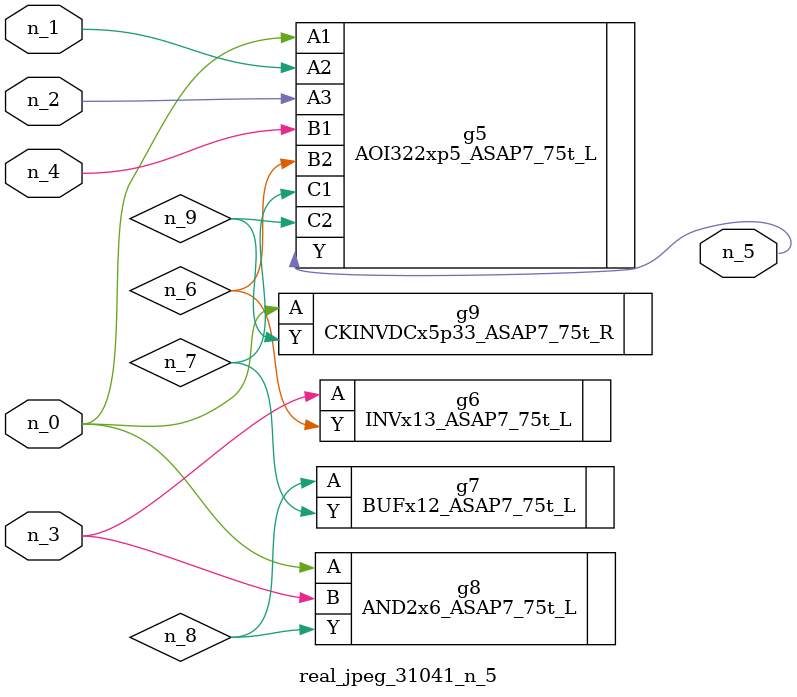
<source format=v>
module real_jpeg_31041_n_5 (n_4, n_0, n_1, n_2, n_3, n_5);

input n_4;
input n_0;
input n_1;
input n_2;
input n_3;

output n_5;

wire n_8;
wire n_6;
wire n_7;
wire n_9;

AOI322xp5_ASAP7_75t_L g5 ( 
.A1(n_0),
.A2(n_1),
.A3(n_2),
.B1(n_4),
.B2(n_6),
.C1(n_7),
.C2(n_9),
.Y(n_5)
);

AND2x6_ASAP7_75t_L g8 ( 
.A(n_0),
.B(n_3),
.Y(n_8)
);

CKINVDCx5p33_ASAP7_75t_R g9 ( 
.A(n_0),
.Y(n_9)
);

INVx13_ASAP7_75t_L g6 ( 
.A(n_3),
.Y(n_6)
);

BUFx12_ASAP7_75t_L g7 ( 
.A(n_8),
.Y(n_7)
);


endmodule
</source>
